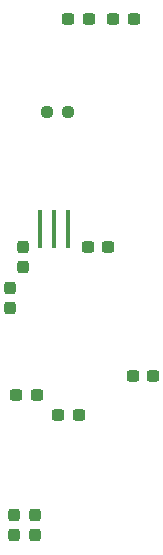
<source format=gbr>
%TF.GenerationSoftware,KiCad,Pcbnew,(6.0.1)*%
%TF.CreationDate,2022-02-14T12:01:51-05:00*%
%TF.ProjectId,demo,64656d6f-2e6b-4696-9361-645f70636258,rev?*%
%TF.SameCoordinates,Original*%
%TF.FileFunction,Paste,Bot*%
%TF.FilePolarity,Positive*%
%FSLAX46Y46*%
G04 Gerber Fmt 4.6, Leading zero omitted, Abs format (unit mm)*
G04 Created by KiCad (PCBNEW (6.0.1)) date 2022-02-14 12:01:51*
%MOMM*%
%LPD*%
G01*
G04 APERTURE LIST*
G04 Aperture macros list*
%AMRoundRect*
0 Rectangle with rounded corners*
0 $1 Rounding radius*
0 $2 $3 $4 $5 $6 $7 $8 $9 X,Y pos of 4 corners*
0 Add a 4 corners polygon primitive as box body*
4,1,4,$2,$3,$4,$5,$6,$7,$8,$9,$2,$3,0*
0 Add four circle primitives for the rounded corners*
1,1,$1+$1,$2,$3*
1,1,$1+$1,$4,$5*
1,1,$1+$1,$6,$7*
1,1,$1+$1,$8,$9*
0 Add four rect primitives between the rounded corners*
20,1,$1+$1,$2,$3,$4,$5,0*
20,1,$1+$1,$4,$5,$6,$7,0*
20,1,$1+$1,$6,$7,$8,$9,0*
20,1,$1+$1,$8,$9,$2,$3,0*%
G04 Aperture macros list end*
%ADD10RoundRect,0.237500X-0.300000X-0.237500X0.300000X-0.237500X0.300000X0.237500X-0.300000X0.237500X0*%
%ADD11RoundRect,0.237500X0.300000X0.237500X-0.300000X0.237500X-0.300000X-0.237500X0.300000X-0.237500X0*%
%ADD12RoundRect,0.237500X0.237500X-0.300000X0.237500X0.300000X-0.237500X0.300000X-0.237500X-0.300000X0*%
%ADD13RoundRect,0.237500X0.250000X0.237500X-0.250000X0.237500X-0.250000X-0.237500X0.250000X-0.237500X0*%
%ADD14R,0.400000X3.200000*%
%ADD15RoundRect,0.237500X-0.237500X0.300000X-0.237500X-0.300000X0.237500X-0.300000X0.237500X0.300000X0*%
G04 APERTURE END LIST*
D10*
%TO.C,C12*%
X156363500Y-64770000D03*
X158088500Y-64770000D03*
%TD*%
D11*
%TO.C,C11*%
X159739500Y-94996000D03*
X158014500Y-94996000D03*
%TD*%
D12*
%TO.C,C9*%
X147574000Y-89254500D03*
X147574000Y-87529500D03*
%TD*%
D10*
%TO.C,C10*%
X154229900Y-84124800D03*
X155954900Y-84124800D03*
%TD*%
D13*
%TO.C,R10*%
X152550500Y-72644000D03*
X150725500Y-72644000D03*
%TD*%
D14*
%TO.C,Y1*%
X152534800Y-82600800D03*
X151334800Y-82600800D03*
X150134800Y-82600800D03*
%TD*%
D12*
%TO.C,C5*%
X148691600Y-85800100D03*
X148691600Y-84075100D03*
%TD*%
D15*
%TO.C,C3*%
X149707600Y-106783800D03*
X149707600Y-108508800D03*
%TD*%
D11*
%TO.C,C8*%
X154278500Y-64770000D03*
X152553500Y-64770000D03*
%TD*%
%TO.C,C4*%
X149860000Y-96647000D03*
X148135000Y-96647000D03*
%TD*%
D10*
%TO.C,C7*%
X151691000Y-98298000D03*
X153416000Y-98298000D03*
%TD*%
D15*
%TO.C,C2*%
X147929600Y-106782700D03*
X147929600Y-108507700D03*
%TD*%
M02*

</source>
